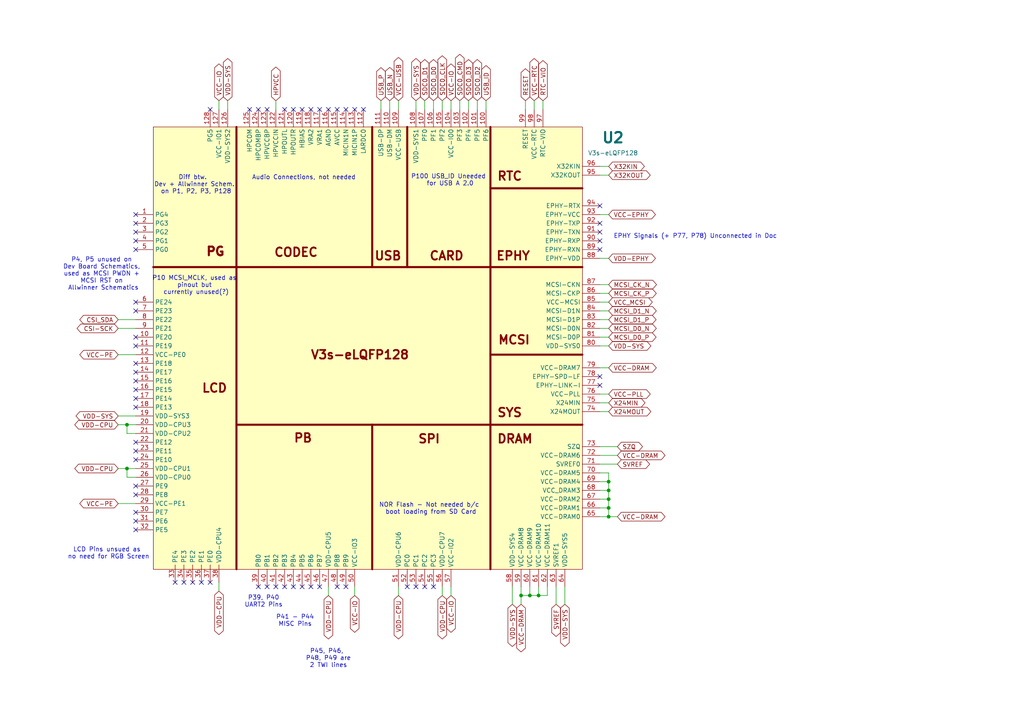
<source format=kicad_sch>
(kicad_sch (version 20250114) (generator "eeschema") (generator_version "9.0")
  (paper "A4")
  (lib_symbols
    (symbol "custom_chips:V3S-eLQFP128"
      (property "Reference" "U" (at 66.04 69.596 0))
      (property "Value" "V3s-eLQFP128" (at 0 0 0))
      (symbol "V3S-eLQFP128_1_1"
        (rectangle (start -63.5 66.04) (end 60.96 -62.23) (fill (type background)))
        (polyline (pts (xy -39.37 66.04) (xy -39.37 -62.23)) (stroke (width 0.6)))
        (polyline (pts (xy 0 66.04) (xy 0 25.4)) (stroke (width 0.6)))
        (polyline (pts (xy 0 -62.23) (xy 0 -20.32)) (stroke (width 0.6)))
        (polyline (pts (xy 10.16 25.4) (xy 10.16 66.04)) (stroke (width 0.6)))
        (polyline (pts (xy 34.29 48.26) (xy 60.96 48.26)) (stroke (width 0.6)))
        (polyline (pts (xy 34.29 0) (xy 60.96 0)) (stroke (width 0.6)))
        (polyline (pts (xy 34.29 -62.23) (xy 34.29 66.04)) (stroke (width 0.6)))
        (polyline (pts (xy 60.96 25.4) (xy -63.5 25.4)) (stroke (width 0.6)))
        (polyline (pts (xy 60.96 -20.32) (xy -39.37 -20.32)) (stroke (width 0.6)))
        (text "LCD" (at -45.72 -9.652 0) (effects (font (size 2.5 2.5) (thickness 0.5) (bold yes))))
        (text "PG" (at -45.466 29.972 0) (effects (font (size 2.5 2.5) (thickness 0.6) (bold yes))))
        (text "CODEC" (at -22.098 29.718 0) (effects (font (size 2.5 2.5) (thickness 0.5) (bold yes))))
        (text "PB" (at -20.066 -24.13 0) (effects (font (size 2.5 2.5) (thickness 0.5) (bold yes))))
        (text "V3s-eLQFP128" (at -3.556 0 0) (effects (font (size 2.5 2.5) (thickness 0.5) (bold yes))))
        (text "USB" (at 4.572 28.702 0) (effects (font (size 2.5 2.5) (thickness 0.5) (bold yes))))
        (text "SPI" (at 16.51 -24.384 0) (effects (font (size 2.5 2.5) (thickness 0.5) (bold yes))))
        (text "CARD" (at 21.59 28.702 0) (effects (font (size 2.5 2.5) (thickness 0.5) (bold yes))))
        (text "RTC" (at 39.878 51.816 0) (effects (font (size 2.5 2.5) (thickness 0.5) (bold yes))))
        (text "SYS" (at 39.878 -16.764 0) (effects (font (size 2.5 2.5) (thickness 0.5) (bold yes))))
        (text "EPHY" (at 40.894 28.702 0) (effects (font (size 2.5 2.5) (thickness 0.5) (bold yes))))
        (text "MCSI" (at 41.148 4.318 0) (effects (font (size 2.5 2.5) (thickness 0.5) (bold yes))))
        (text "DRAM" (at 41.402 -24.384 0) (effects (font (size 2.5 2.5) (thickness 0.5) (bold yes))))
        (pin bidirectional line (at -68.58 40.64 0) (length 5.08) (name "PG4") (number "1"))
        (pin bidirectional line (at -68.58 38.1 0) (length 5.08) (name "PG3") (number "2"))
        (pin bidirectional line (at -68.58 35.56 0) (length 5.08) (name "PG2") (number "3"))
        (pin bidirectional line (at -68.58 33.02 0) (length 5.08) (name "PG1") (number "4"))
        (pin bidirectional line (at -68.58 30.48 0) (length 5.08) (name "PG0") (number "5"))
        (pin bidirectional line (at -68.58 15.24 0) (length 5.08) (name "PE24") (number "6"))
        (pin bidirectional line (at -68.58 12.7 0) (length 5.08) (name "PE23") (number "7"))
        (pin bidirectional line (at -68.58 10.16 0) (length 5.08) (name "PE22") (number "8"))
        (pin bidirectional line (at -68.58 7.62 0) (length 5.08) (name "PE21") (number "9"))
        (pin bidirectional line (at -68.58 5.08 0) (length 5.08) (name "PE20") (number "10"))
        (pin bidirectional line (at -68.58 2.54 0) (length 5.08) (name "PE19") (number "11"))
        (pin power_in line (at -68.58 0 0) (length 5.08) (name "VCC-PE0") (number "12"))
        (pin bidirectional line (at -68.58 -2.54 0) (length 5.08) (name "PE18") (number "13"))
        (pin bidirectional line (at -68.58 -5.08 0) (length 5.08) (name "PE17") (number "14"))
        (pin bidirectional line (at -68.58 -7.62 0) (length 5.08) (name "PE16") (number "15"))
        (pin bidirectional line (at -68.58 -10.16 0) (length 5.08) (name "PE15") (number "16"))
        (pin bidirectional line (at -68.58 -12.7 0) (length 5.08) (name "PE14") (number "17"))
        (pin bidirectional line (at -68.58 -15.24 0) (length 5.08) (name "PE13") (number "18"))
        (pin power_in line (at -68.58 -17.78 0) (length 5.08) (name "VDD-SYS3") (number "19"))
        (pin power_in line (at -68.58 -20.32 0) (length 5.08) (name "VDD-CPU3") (number "20"))
        (pin power_in line (at -68.58 -22.86 0) (length 5.08) (name "VDD-CPU2") (number "21"))
        (pin bidirectional line (at -68.58 -25.4 0) (length 5.08) (name "PE12") (number "22"))
        (pin bidirectional line (at -68.58 -27.94 0) (length 5.08) (name "PE11") (number "23"))
        (pin bidirectional line (at -68.58 -30.48 0) (length 5.08) (name "PE10") (number "24"))
        (pin power_in line (at -68.58 -33.02 0) (length 5.08) (name "VDD-CPU1") (number "25"))
        (pin power_in line (at -68.58 -35.56 0) (length 5.08) (name "VDD-CPU0") (number "26"))
        (pin bidirectional line (at -68.58 -38.1 0) (length 5.08) (name "PE9") (number "27"))
        (pin bidirectional line (at -68.58 -40.64 0) (length 5.08) (name "PE8") (number "28"))
        (pin power_in line (at -68.58 -43.18 0) (length 5.08) (name "VCC-PE1") (number "29"))
        (pin bidirectional line (at -68.58 -45.72 0) (length 5.08) (name "PE7") (number "30"))
        (pin bidirectional line (at -68.58 -48.26 0) (length 5.08) (name "PE6") (number "31"))
        (pin bidirectional line (at -68.58 -50.8 0) (length 5.08) (name "PE5") (number "32"))
        (pin bidirectional line (at -57.15 -66.04 90) (length 5.08) (name "PE4") (number "33"))
        (pin bidirectional line (at -54.61 -66.04 90) (length 5.08) (name "PE3") (number "34"))
        (pin bidirectional line (at -52.07 -66.04 90) (length 5.08) (name "PE2") (number "35"))
        (pin bidirectional line (at -49.53 -66.04 90) (length 5.08) (name "PE1") (number "36"))
        (pin bidirectional line (at -46.99 71.12 270) (length 5.08) (name "PG5") (number "128"))
        (pin bidirectional line (at -46.99 -66.04 90) (length 5.08) (name "PE0") (number "37"))
        (pin power_in line (at -44.45 71.12 270) (length 5.08) (name "VCC-IO1") (number "127"))
        (pin power_in line (at -44.45 -66.04 90) (length 5.08) (name "VDD-CPU4") (number "38"))
        (pin power_in line (at -41.91 71.12 270) (length 5.08) (name "VDD-SYS2") (number "126"))
        (pin bidirectional line (at -35.56 71.12 270) (length 5.08) (name "HPCOM") (number "125"))
        (pin bidirectional line (at -33.02 71.12 270) (length 5.08) (name "HPCOMBP") (number "124"))
        (pin bidirectional line (at -33.02 -67.31 90) (length 5.08) (name "PB0") (number "39"))
        (pin bidirectional line (at -30.48 71.12 270) (length 5.08) (name "HPVCCBP") (number "123"))
        (pin bidirectional line (at -30.48 -67.31 90) (length 5.08) (name "PB1") (number "40"))
        (pin power_in line (at -27.94 71.12 270) (length 5.08) (name "HPVCCIN") (number "122"))
        (pin bidirectional line (at -27.94 -67.31 90) (length 5.08) (name "PB2") (number "41"))
        (pin bidirectional line (at -25.4 71.12 270) (length 5.08) (name "HPOUTL") (number "121"))
        (pin bidirectional line (at -25.4 -67.31 90) (length 5.08) (name "PB3") (number "42"))
        (pin bidirectional line (at -22.86 71.12 270) (length 5.08) (name "HPOUTR") (number "120"))
        (pin bidirectional line (at -22.86 -67.31 90) (length 5.08) (name "PB4") (number "43"))
        (pin bidirectional line (at -20.32 71.12 270) (length 5.08) (name "HBIAS") (number "119"))
        (pin bidirectional line (at -20.32 -67.31 90) (length 5.08) (name "PB5") (number "44"))
        (pin bidirectional line (at -17.78 71.12 270) (length 5.08) (name "VRA2") (number "118"))
        (pin bidirectional line (at -17.78 -67.31 90) (length 5.08) (name "PB6") (number "45"))
        (pin bidirectional line (at -15.24 71.12 270) (length 5.08) (name "VRA1") (number "117"))
        (pin bidirectional line (at -15.24 -67.31 90) (length 5.08) (name "PB7") (number "46"))
        (pin power_in line (at -12.7 71.12 270) (length 5.08) (name "AGND") (number "116"))
        (pin power_in line (at -12.7 -67.31 90) (length 5.08) (name "VDD-CPU5") (number "47"))
        (pin power_in line (at -10.16 71.12 270) (length 5.08) (name "AVCC") (number "115"))
        (pin bidirectional line (at -10.16 -67.31 90) (length 5.08) (name "PB8") (number "48"))
        (pin bidirectional line (at -7.62 71.12 270) (length 5.08) (name "MICIN1N") (number "114"))
        (pin bidirectional line (at -7.62 -67.31 90) (length 5.08) (name "PB9") (number "49"))
        (pin bidirectional line (at -5.08 71.12 270) (length 5.08) (name "MICIN1P") (number "113"))
        (pin power_in line (at -5.08 -67.31 90) (length 5.08) (name "VCC-IO3") (number "50"))
        (pin bidirectional line (at -2.54 71.12 270) (length 5.08) (name "LARDC0") (number "112"))
        (pin bidirectional line (at 2.54 71.12 270) (length 5.08) (name "USB-DP") (number "111"))
        (pin bidirectional line (at 5.08 71.12 270) (length 5.08) (name "USB-DM") (number "110"))
        (pin power_in line (at 7.62 71.12 270) (length 5.08) (name "VCC-USB") (number "109"))
        (pin power_in line (at 7.62 -67.31 90) (length 5.08) (name "VDD-CPU6") (number "51"))
        (pin bidirectional line (at 10.16 -67.31 90) (length 5.08) (name "PC0") (number "52"))
        (pin power_in line (at 12.7 71.12 270) (length 5.08) (name "VDD-SYS1") (number "108"))
        (pin bidirectional line (at 12.7 -67.31 90) (length 5.08) (name "PC1") (number "53"))
        (pin bidirectional line (at 15.24 71.12 270) (length 5.08) (name "PF0") (number "107"))
        (pin bidirectional line (at 15.24 -67.31 90) (length 5.08) (name "PC2") (number "54"))
        (pin bidirectional line (at 17.78 71.12 270) (length 5.08) (name "PF1") (number "106"))
        (pin bidirectional line (at 17.78 -67.31 90) (length 5.08) (name "PC3") (number "55"))
        (pin bidirectional line (at 20.32 71.12 270) (length 5.08) (name "PF2") (number "105"))
        (pin power_in line (at 20.32 -67.31 90) (length 5.08) (name "VDD-CPU7") (number "56"))
        (pin power_in line (at 22.86 71.12 270) (length 5.08) (name "VCC-IO0") (number "104"))
        (pin power_in line (at 22.86 -67.31 90) (length 5.08) (name "VCC-IO2") (number "57"))
        (pin bidirectional line (at 25.4 71.12 270) (length 5.08) (name "PF3") (number "103"))
        (pin bidirectional line (at 27.94 71.12 270) (length 5.08) (name "PF4") (number "102"))
        (pin bidirectional line (at 30.48 71.12 270) (length 5.08) (name "PF5") (number "101"))
        (pin bidirectional line (at 33.02 71.12 270) (length 5.08) (name "PF6") (number "100"))
        (pin power_in line (at 40.64 -67.31 90) (length 5.08) (name "VDD-SYS4") (number "58"))
        (pin power_in line (at 43.18 -67.31 90) (length 5.08) (name "VCC-DRAM8") (number "59"))
        (pin input line (at 44.45 71.12 270) (length 5.08) (name "RESET") (number "99"))
        (pin power_in line (at 45.72 -67.31 90) (length 5.08) (name "VCC-DRAM9") (number "60"))
        (pin power_in line (at 46.99 71.12 270) (length 5.08) (name "VCC-RTC") (number "98"))
        (pin power_in line (at 48.26 -67.31 90) (length 5.08) (name "VCC-DRAM10") (number "61"))
        (pin power_in line (at 49.53 71.12 270) (length 5.08) (name "RTC-VIO") (number "97"))
        (pin power_in line (at 50.8 -67.31 90) (length 5.08) (name "VCC-DRAM11") (number "62"))
        (pin power_in line (at 53.34 -67.31 90) (length 5.08) (name "SVREF1") (number "63"))
        (pin power_in line (at 55.88 -67.31 90) (length 5.08) (name "VDD-SYS5") (number "64"))
        (pin bidirectional line (at 66.04 54.61 180) (length 5.08) (name "X32KIN") (number "96"))
        (pin bidirectional line (at 66.04 52.07 180) (length 5.08) (name "X32KOUT") (number "95"))
        (pin bidirectional line (at 66.04 43.18 180) (length 5.08) (name "EPHY-RTX") (number "94"))
        (pin power_in line (at 66.04 40.64 180) (length 5.08) (name "EPHY-VCC") (number "93"))
        (pin bidirectional line (at 66.04 38.1 180) (length 5.08) (name "EPHY-TXP") (number "92"))
        (pin bidirectional line (at 66.04 35.56 180) (length 5.08) (name "EPHY-TXN") (number "91"))
        (pin bidirectional line (at 66.04 33.02 180) (length 5.08) (name "EPHY-RXP") (number "90"))
        (pin bidirectional line (at 66.04 30.48 180) (length 5.08) (name "EPHY-RXN") (number "89"))
        (pin power_in line (at 66.04 27.94 180) (length 5.08) (name "EPHY-VDD") (number "88"))
        (pin bidirectional line (at 66.04 20.32 180) (length 5.08) (name "MCSI-CKN") (number "87"))
        (pin bidirectional line (at 66.04 17.78 180) (length 5.08) (name "MCSI-CKP") (number "86"))
        (pin power_in line (at 66.04 15.24 180) (length 5.08) (name "VCC-MCSI") (number "85"))
        (pin bidirectional line (at 66.04 12.7 180) (length 5.08) (name "MCSI-D1N") (number "84"))
        (pin bidirectional line (at 66.04 10.16 180) (length 5.08) (name "MCSI-D1P") (number "83"))
        (pin bidirectional line (at 66.04 7.62 180) (length 5.08) (name "MCSI-D0N") (number "82"))
        (pin bidirectional line (at 66.04 5.08 180) (length 5.08) (name "MCSI-D0P") (number "81"))
        (pin power_in line (at 66.04 2.54 180) (length 5.08) (name "VDD-SYS0") (number "80"))
        (pin power_in line (at 66.04 -3.81 180) (length 5.08) (name "VCC-DRAM7") (number "79"))
        (pin output line (at 66.04 -6.35 180) (length 5.08) (name "EPHY-SPD-LF") (number "78"))
        (pin output line (at 66.04 -8.89 180) (length 5.08) (name "EPHY-LINK-I") (number "77"))
        (pin power_in line (at 66.04 -11.43 180) (length 5.08) (name "VCC-PLL") (number "76"))
        (pin bidirectional line (at 66.04 -13.97 180) (length 5.08) (name "X24MIN") (number "75"))
        (pin bidirectional line (at 66.04 -16.51 180) (length 5.08) (name "X24MOUT") (number "74"))
        (pin unspecified line (at 66.04 -26.67 180) (length 5.08) (name "SZQ") (number "73"))
        (pin power_in line (at 66.04 -29.21 180) (length 5.08) (name "VCC-DRAM6") (number "72"))
        (pin power_in line (at 66.04 -31.75 180) (length 5.08) (name "SVREF0") (number "71"))
        (pin power_in line (at 66.04 -34.29 180) (length 5.08) (name "VCC-DRAM5") (number "70"))
        (pin power_in line (at 66.04 -36.83 180) (length 5.08) (name "VCC-DRAM4") (number "69"))
        (pin power_in line (at 66.04 -39.37 180) (length 5.08) (name "VCC_DRAM3") (number "68"))
        (pin power_in line (at 66.04 -41.91 180) (length 5.08) (name "VCC-DRAM2") (number "67"))
        (pin power_in line (at 66.04 -44.45 180) (length 5.08) (name "VCC-DRAM1") (number "66"))
        (pin power_in line (at 66.04 -46.99 180) (length 5.08) (name "VCC-DRAM0") (number "65"))
      )
    )
  )
  (text "P10 MCSI_MCLK, used as \npinout but \ncurrently unused(?)" (at 56.896 82.804 0) (effects (font (size 1.27 1.27))))
  (text "P45, P46, \nP48, P49 are\n2 TWI lines" (at 95.25 191.008 0) (effects (font (size 1.27 1.27))))
  (text "EPHY Signals (+ P77, P78) Unconnected in Doc" (at 201.676 68.58 0) (effects (font (size 1.27 1.27))))
  (text "P41 - P44\nMISC Pins" (at 85.598 180.086 0) (effects (font (size 1.27 1.27))))
  (text "Audio Connections, not needed" (at 88.138 51.562 0) (effects (font (size 1.27 1.27))))
  (text "NOR Flash - Not needed b/c \nboot loading from SD Card" (at 124.968 147.574 0) (effects (font (size 1.27 1.27))))
  (text "P4, P5 unused on \nDev Board Schematics, \nused as MCSI PWDN + \nMCSI RST on \nAllwinner Schematics" (at 29.972 79.502 0) (effects (font (size 1.27 1.27))))
  (text "P100 USB_ID Uneeded \nfor USB A 2.0" (at 130.556 52.324 0) (effects (font (size 1.27 1.27))))
  (text "P39, P40\nUART2 Pins" (at 76.454 174.498 0) (effects (font (size 1.27 1.27))))
  (text "LCD Pins unsued as \nno need for RGB Screen" (at 31.496 160.528 0) (effects (font (size 1.27 1.27))))
  (text "Diff btw. \nDev + Allwinner Schem.\n on P1, P2, P3, P128" (at 56.388 53.594 0) (effects (font (size 1.27 1.27))))
  (junction (at 176.53 149.86))
  (junction (at 176.53 147.32))
  (junction (at 176.53 139.7))
  (junction (at 36.83 123.19))
  (junction (at 176.53 142.24))
  (junction (at 151.13 172.72))
  (junction (at 36.83 135.89))
  (junction (at 176.53 144.78))
  (junction (at 156.21 172.72))
  (junction (at 153.67 172.72))
  (no_connect (at 39.37 64.77))
  (no_connect (at 100.33 170.18))
  (no_connect (at 60.96 168.91))
  (no_connect (at 39.37 133.35))
  (no_connect (at 173.99 64.77))
  (no_connect (at 87.63 170.18))
  (no_connect (at 97.79 170.18))
  (no_connect (at 60.96 31.75))
  (no_connect (at 39.37 113.03))
  (no_connect (at 80.01 170.18))
  (no_connect (at 77.47 170.18))
  (no_connect (at 39.37 87.63))
  (no_connect (at 97.79 31.75))
  (no_connect (at 39.37 153.67))
  (no_connect (at 39.37 110.49))
  (no_connect (at 39.37 100.33))
  (no_connect (at 39.37 130.81))
  (no_connect (at 173.99 111.76))
  (no_connect (at 92.71 170.18))
  (no_connect (at 39.37 151.13))
  (no_connect (at 77.47 31.75))
  (no_connect (at 39.37 115.57))
  (no_connect (at 82.55 170.18))
  (no_connect (at 53.34 168.91))
  (no_connect (at 74.93 31.75))
  (no_connect (at 39.37 105.41))
  (no_connect (at 118.11 170.18))
  (no_connect (at 173.99 67.31))
  (no_connect (at 55.88 168.91))
  (no_connect (at 123.19 170.18))
  (no_connect (at 173.99 72.39))
  (no_connect (at 39.37 107.95))
  (no_connect (at 72.39 31.75))
  (no_connect (at 39.37 67.31))
  (no_connect (at 173.99 59.69))
  (no_connect (at 39.37 128.27))
  (no_connect (at 90.17 170.18))
  (no_connect (at 39.37 118.11))
  (no_connect (at 90.17 31.75))
  (no_connect (at 39.37 72.39))
  (no_connect (at 120.65 170.18))
  (no_connect (at 58.42 168.91))
  (no_connect (at 85.09 170.18))
  (no_connect (at 39.37 97.79))
  (no_connect (at 82.55 31.75))
  (no_connect (at 173.99 109.22))
  (no_connect (at 87.63 31.75))
  (no_connect (at 39.37 148.59))
  (no_connect (at 95.25 31.75))
  (no_connect (at 102.87 31.75))
  (no_connect (at 125.73 170.18))
  (no_connect (at 92.71 31.75))
  (no_connect (at 39.37 140.97))
  (no_connect (at 100.33 31.75))
  (no_connect (at 39.37 143.51))
  (no_connect (at 50.8 168.91))
  (no_connect (at 105.41 31.75))
  (no_connect (at 85.09 31.75))
  (no_connect (at 173.99 69.85))
  (no_connect (at 39.37 62.23))
  (no_connect (at 74.93 170.18))
  (no_connect (at 39.37 69.85))
  (no_connect (at 39.37 90.17))
  (wire (pts (xy 173.99 119.38) (xy 176.53 119.38)))
  (wire (pts (xy 34.29 102.87) (xy 39.37 102.87)))
  (wire (pts (xy 36.83 123.19) (xy 39.37 123.19)))
  (wire (pts (xy 128.27 170.18) (xy 128.27 172.72)))
  (wire (pts (xy 173.99 129.54) (xy 179.07 129.54)))
  (wire (pts (xy 39.37 125.73) (xy 36.83 125.73)))
  (wire (pts (xy 135.89 29.21) (xy 135.89 31.75)))
  (wire (pts (xy 130.81 170.18) (xy 130.81 172.72)))
  (wire (pts (xy 173.99 92.71) (xy 176.53 92.71)))
  (wire (pts (xy 36.83 138.43) (xy 36.83 135.89)))
  (wire (pts (xy 163.83 170.18) (xy 163.83 175.26)))
  (wire (pts (xy 63.5 168.91) (xy 63.5 171.45)))
  (wire (pts (xy 140.97 29.21) (xy 140.97 31.75)))
  (wire (pts (xy 36.83 135.89) (xy 39.37 135.89)))
  (wire (pts (xy 156.21 172.72) (xy 153.67 172.72)))
  (wire (pts (xy 173.99 149.86) (xy 176.53 149.86)))
  (wire (pts (xy 173.99 134.62) (xy 179.07 134.62)))
  (wire (pts (xy 120.65 29.21) (xy 120.65 31.75)))
  (wire (pts (xy 158.75 172.72) (xy 156.21 172.72)))
  (wire (pts (xy 152.4 29.21) (xy 152.4 31.75)))
  (wire (pts (xy 115.57 29.21) (xy 115.57 31.75)))
  (wire (pts (xy 128.27 29.21) (xy 128.27 31.75)))
  (wire (pts (xy 173.99 114.3) (xy 176.53 114.3)))
  (wire (pts (xy 125.73 29.21) (xy 125.73 31.75)))
  (wire (pts (xy 173.99 100.33) (xy 176.53 100.33)))
  (wire (pts (xy 161.29 170.18) (xy 161.29 175.26)))
  (wire (pts (xy 39.37 138.43) (xy 36.83 138.43)))
  (wire (pts (xy 66.04 29.21) (xy 66.04 31.75)))
  (wire (pts (xy 173.99 62.23) (xy 176.53 62.23)))
  (wire (pts (xy 153.67 172.72) (xy 151.13 172.72)))
  (wire (pts (xy 173.99 97.79) (xy 176.53 97.79)))
  (wire (pts (xy 173.99 144.78) (xy 176.53 144.78)))
  (wire (pts (xy 110.49 29.21) (xy 110.49 31.75)))
  (wire (pts (xy 115.57 170.18) (xy 115.57 172.72)))
  (wire (pts (xy 176.53 147.32) (xy 176.53 149.86)))
  (wire (pts (xy 151.13 170.18) (xy 151.13 172.72)))
  (wire (pts (xy 176.53 139.7) (xy 176.53 142.24)))
  (wire (pts (xy 173.99 132.08) (xy 179.07 132.08)))
  (wire (pts (xy 151.13 172.72) (xy 151.13 175.26)))
  (wire (pts (xy 173.99 85.09) (xy 176.53 85.09)))
  (wire (pts (xy 123.19 29.21) (xy 123.19 31.75)))
  (wire (pts (xy 173.99 82.55) (xy 176.53 82.55)))
  (wire (pts (xy 173.99 142.24) (xy 176.53 142.24)))
  (wire (pts (xy 130.81 29.21) (xy 130.81 31.75)))
  (wire (pts (xy 173.99 137.16) (xy 176.53 137.16)))
  (wire (pts (xy 34.29 120.65) (xy 39.37 120.65)))
  (wire (pts (xy 158.75 170.18) (xy 158.75 172.72)))
  (wire (pts (xy 173.99 90.17) (xy 176.53 90.17)))
  (wire (pts (xy 34.29 146.05) (xy 39.37 146.05)))
  (wire (pts (xy 173.99 139.7) (xy 176.53 139.7)))
  (wire (pts (xy 173.99 74.93) (xy 176.53 74.93)))
  (wire (pts (xy 173.99 147.32) (xy 176.53 147.32)))
  (wire (pts (xy 176.53 137.16) (xy 176.53 139.7)))
  (wire (pts (xy 154.94 29.21) (xy 154.94 31.75)))
  (wire (pts (xy 176.53 149.86) (xy 179.07 149.86)))
  (wire (pts (xy 173.99 106.68) (xy 176.53 106.68)))
  (wire (pts (xy 34.29 95.25) (xy 39.37 95.25)))
  (wire (pts (xy 173.99 48.26) (xy 176.53 48.26)))
  (wire (pts (xy 34.29 123.19) (xy 36.83 123.19)))
  (wire (pts (xy 133.35 29.21) (xy 133.35 31.75)))
  (wire (pts (xy 34.29 135.89) (xy 36.83 135.89)))
  (wire (pts (xy 113.03 29.21) (xy 113.03 31.75)))
  (wire (pts (xy 138.43 29.21) (xy 138.43 31.75)))
  (wire (pts (xy 34.29 92.71) (xy 39.37 92.71)))
  (wire (pts (xy 173.99 50.8) (xy 176.53 50.8)))
  (wire (pts (xy 95.25 170.18) (xy 95.25 172.72)))
  (wire (pts (xy 173.99 116.84) (xy 176.53 116.84)))
  (wire (pts (xy 153.67 170.18) (xy 153.67 172.72)))
  (wire (pts (xy 148.59 170.18) (xy 148.59 175.26)))
  (wire (pts (xy 176.53 144.78) (xy 176.53 147.32)))
  (wire (pts (xy 176.53 142.24) (xy 176.53 144.78)))
  (wire (pts (xy 36.83 125.73) (xy 36.83 123.19)))
  (wire (pts (xy 102.87 170.18) (xy 102.87 172.72)))
  (wire (pts (xy 80.01 29.21) (xy 80.01 31.75)))
  (wire (pts (xy 157.48 29.21) (xy 157.48 31.75)))
  (wire (pts (xy 156.21 170.18) (xy 156.21 172.72)))
  (wire (pts (xy 63.5 29.21) (xy 63.5 31.75)))
  (wire (pts (xy 173.99 87.63) (xy 176.53 87.63)))
  (wire (pts (xy 173.99 95.25) (xy 176.53 95.25)))
  (global_label "X24MIN" (shape bidirectional) (at 176.53 116.84 0) (property "Intersheetrefs" "${INTERSHEET_REFS}" (effects (hide yes))))
  (global_label "MCSI_CK_N" (shape bidirectional) (at 176.53 82.55 0) (property "Intersheetrefs" "${INTERSHEET_REFS}" (effects (hide yes))))
  (global_label "HPVCC" (shape bidirectional) (at 80.01 29.21 90) (property "Intersheetrefs" "${INTERSHEET_REFS}" (effects (hide yes))))
  (global_label "VDD-SYS" (shape bidirectional) (at 148.59 175.26 270) (property "Intersheetrefs" "${INTERSHEET_REFS}" (effects (hide yes))))
  (global_label "VDD-EPHY" (shape bidirectional) (at 176.53 74.93 0) (property "Intersheetrefs" "${INTERSHEET_REFS}" (effects (hide yes))))
  (global_label "VCC-DRAM" (shape bidirectional) (at 176.53 106.68 0) (property "Intersheetrefs" "${INTERSHEET_REFS}" (effects (hide yes))))
  (global_label "MCSI_CK_P" (shape bidirectional) (at 176.53 85.09 0) (property "Intersheetrefs" "${INTERSHEET_REFS}" (effects (hide yes))))
  (global_label "RTC-VIO" (shape bidirectional) (at 157.48 29.21 90) (property "Intersheetrefs" "${INTERSHEET_REFS}" (effects (hide yes))))
  (global_label "USB_P" (shape bidirectional) (at 110.49 29.21 90) (property "Intersheetrefs" "${INTERSHEET_REFS}" (effects (hide yes))))
  (global_label "VDD-SYS" (shape bidirectional) (at 120.65 29.21 90) (property "Intersheetrefs" "${INTERSHEET_REFS}" (effects (hide yes))))
  (global_label "VDD-SYS" (shape bidirectional) (at 163.83 175.26 270) (property "Intersheetrefs" "${INTERSHEET_REFS}" (effects (hide yes))))
  (global_label "SVREF" (shape bidirectional) (at 179.07 134.62 0) (property "Intersheetrefs" "${INTERSHEET_REFS}" (effects (hide yes))))
  (global_label "VCC-IO" (shape bidirectional) (at 102.87 172.72 270) (property "Intersheetrefs" "${INTERSHEET_REFS}" (effects (hide yes))))
  (global_label "VCC-DRAM" (shape bidirectional) (at 151.13 175.26 270) (property "Intersheetrefs" "${INTERSHEET_REFS}" (effects (hide yes))))
  (global_label "VDD-SYS" (shape bidirectional) (at 34.29 120.65 180) (property "Intersheetrefs" "${INTERSHEET_REFS}" (effects (hide yes))))
  (global_label "VCC-DRAM" (shape bidirectional) (at 179.07 149.86 0) (property "Intersheetrefs" "${INTERSHEET_REFS}" (effects (hide yes))))
  (global_label "SZQ" (shape bidirectional) (at 179.07 129.54 0) (property "Intersheetrefs" "${INTERSHEET_REFS}" (effects (hide yes))))
  (global_label "SDC0_D2" (shape bidirectional) (at 138.43 29.21 90) (property "Intersheetrefs" "${INTERSHEET_REFS}" (effects (hide yes))))
  (global_label "SVREF" (shape bidirectional) (at 161.29 175.26 270) (property "Intersheetrefs" "${INTERSHEET_REFS}" (effects (hide yes))))
  (global_label "VDD-SYS" (shape bidirectional) (at 176.53 100.33 0) (property "Intersheetrefs" "${INTERSHEET_REFS}" (effects (hide yes))))
  (global_label "VCC_MCSI" (shape bidirectional) (at 176.53 87.63 0) (property "Intersheetrefs" "${INTERSHEET_REFS}" (effects (hide yes))))
  (global_label "VDD-CPU" (shape bidirectional) (at 34.29 135.89 180) (property "Intersheetrefs" "${INTERSHEET_REFS}" (effects (hide yes))))
  (global_label "VCC-DRAM" (shape bidirectional) (at 179.07 132.08 0) (property "Intersheetrefs" "${INTERSHEET_REFS}" (effects (hide yes))))
  (global_label "VCC-USB" (shape bidirectional) (at 115.57 29.21 90) (property "Intersheetrefs" "${INTERSHEET_REFS}" (effects (hide yes))))
  (global_label "CSI-SCK" (shape bidirectional) (at 34.29 95.25 180) (property "Intersheetrefs" "${INTERSHEET_REFS}" (effects (hide yes))))
  (global_label "VDD-CPU" (shape bidirectional) (at 95.25 172.72 270) (property "Intersheetrefs" "${INTERSHEET_REFS}" (effects (hide yes))))
  (global_label "USB_ID" (shape bidirectional) (at 140.97 29.21 90) (property "Intersheetrefs" "${INTERSHEET_REFS}" (effects (hide yes))))
  (global_label "VDD-CPU" (shape bidirectional) (at 115.57 172.72 270) (property "Intersheetrefs" "${INTERSHEET_REFS}" (effects (hide yes))))
  (global_label "VDD-SYS" (shape bidirectional) (at 66.04 29.21 90) (property "Intersheetrefs" "${INTERSHEET_REFS}" (effects (hide yes))))
  (global_label "VCC-PLL" (shape bidirectional) (at 176.53 114.3 0) (property "Intersheetrefs" "${INTERSHEET_REFS}" (effects (hide yes))))
  (global_label "VDD-CPU" (shape bidirectional) (at 34.29 123.19 180) (property "Intersheetrefs" "${INTERSHEET_REFS}" (effects (hide yes))))
  (global_label "VCC-PE" (shape bidirectional) (at 34.29 146.05 180) (property "Intersheetrefs" "${INTERSHEET_REFS}" (effects (hide yes))))
  (global_label "RESET" (shape bidirectional) (at 152.4 29.21 90) (property "Intersheetrefs" "${INTERSHEET_REFS}" (effects (hide yes))))
  (global_label "VCC-PE" (shape bidirectional) (at 34.29 102.87 180) (property "Intersheetrefs" "${INTERSHEET_REFS}" (effects (hide yes))))
  (global_label "USB_N" (shape bidirectional) (at 113.03 29.21 90) (property "Intersheetrefs" "${INTERSHEET_REFS}" (effects (hide yes))))
  (global_label "VDD-CPU" (shape bidirectional) (at 63.5 171.45 270) (property "Intersheetrefs" "${INTERSHEET_REFS}" (effects (hide yes))))
  (global_label "CSI_SDA" (shape bidirectional) (at 34.29 92.71 180) (property "Intersheetrefs" "${INTERSHEET_REFS}" (effects (hide yes))))
  (global_label "VCC-IO" (shape bidirectional) (at 130.81 29.21 90) (property "Intersheetrefs" "${INTERSHEET_REFS}" (effects (hide yes))))
  (global_label "MCSI_D0_P" (shape bidirectional) (at 176.53 97.79 0) (property "Intersheetrefs" "${INTERSHEET_REFS}" (effects (hide yes))))
  (global_label "MCSI_D1_N" (shape bidirectional) (at 176.53 90.17 0) (property "Intersheetrefs" "${INTERSHEET_REFS}" (effects (hide yes))))
  (global_label "SDC0_CLK" (shape bidirectional) (at 128.27 29.21 90) (property "Intersheetrefs" "${INTERSHEET_REFS}" (effects (hide yes))))
  (global_label "X32KOUT" (shape bidirectional) (at 176.53 50.8 0) (property "Intersheetrefs" "${INTERSHEET_REFS}" (effects (hide yes))))
  (global_label "SDC0_D1" (shape bidirectional) (at 123.19 29.21 90) (property "Intersheetrefs" "${INTERSHEET_REFS}" (effects (hide yes))))
  (global_label "VCC-EPHY" (shape bidirectional) (at 176.53 62.23 0) (property "Intersheetrefs" "${INTERSHEET_REFS}" (effects (hide yes))))
  (global_label "VCC-RTC" (shape bidirectional) (at 154.94 29.21 90) (property "Intersheetrefs" "${INTERSHEET_REFS}" (effects (hide yes))))
  (global_label "VCC-IO" (shape bidirectional) (at 63.5 29.21 90) (property "Intersheetrefs" "${INTERSHEET_REFS}" (effects (hide yes))))
  (global_label "SDC0_D3" (shape bidirectional) (at 135.89 29.21 90) (property "Intersheetrefs" "${INTERSHEET_REFS}" (effects (hide yes))))
  (global_label "VCC-IO" (shape bidirectional) (at 130.81 172.72 270) (property "Intersheetrefs" "${INTERSHEET_REFS}" (effects (hide yes))))
  (global_label "VDD-CPU" (shape bidirectional) (at 128.27 172.72 270) (property "Intersheetrefs" "${INTERSHEET_REFS}" (effects (hide yes))))
  (global_label "MCSI_D0_N" (shape bidirectional) (at 176.53 95.25 0) (property "Intersheetrefs" "${INTERSHEET_REFS}" (effects (hide yes))))
  (global_label "X24MOUT" (shape bidirectional) (at 176.53 119.38 0) (property "Intersheetrefs" "${INTERSHEET_REFS}" (effects (hide yes))))
  (global_label "SDC0_D0" (shape bidirectional) (at 125.73 29.21 90) (property "Intersheetrefs" "${INTERSHEET_REFS}" (effects (hide yes))))
  (global_label "MCSI_D1_P" (shape bidirectional) (at 176.53 92.71 0) (property "Intersheetrefs" "${INTERSHEET_REFS}" (effects (hide yes))))
  (global_label "SDC0_CMD" (shape bidirectional) (at 133.35 29.21 90) (property "Intersheetrefs" "${INTERSHEET_REFS}" (effects (hide yes))))
  (global_label "X32KIN" (shape bidirectional) (at 176.53 48.26 0) (property "Intersheetrefs" "${INTERSHEET_REFS}" (effects (hide yes))))
  (symbol (lib_id "custom_chips:V3S-eLQFP128") (at 107.95 102.87 0) (unit 1)
    (property "Reference" "U2" (at 177.8 39.9349 0) (effects (font (size 3 3) (thickness 0.6) (bold yes))))
    (property "Value" "V3s-eLQFP128" (at 177.8 44.3798 0))
    (property "Footprint" "Package_QFP:LQFP-128_14x14mm_P0.4mm" (effects (hide yes)))
    (property "Datasheet" "https://linux-sunxi.org/images/2/23/Allwinner_V3s_Datasheet_V1.0.pdf" (effects (hide yes)))
  )
)
</source>
